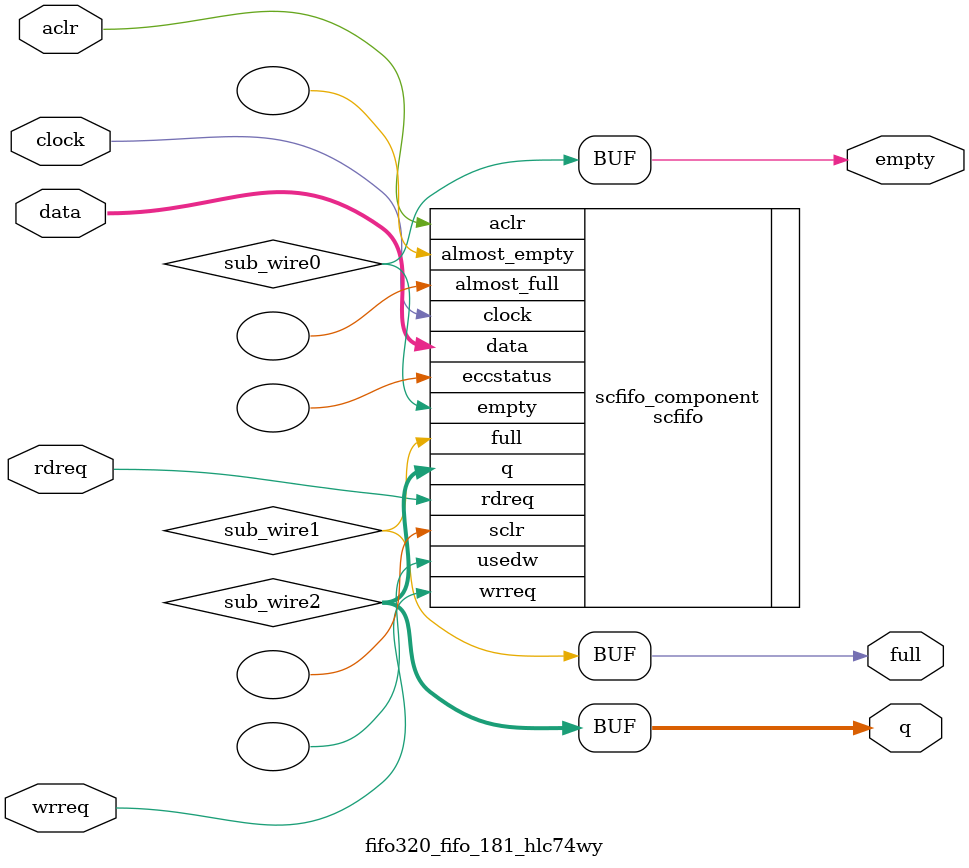
<source format=v>



`timescale 1 ps / 1 ps
// synopsys translate_on
module  fifo320_fifo_181_hlc74wy  (
    aclr,
    clock,
    data,
    rdreq,
    wrreq,
    empty,
    full,
    q);

    input    aclr;
    input    clock;
    input  [319:0]  data;
    input    rdreq;
    input    wrreq;
    output   empty;
    output   full;
    output [319:0]  q;

    wire  sub_wire0;
    wire  sub_wire1;
    wire [319:0] sub_wire2;
    wire  empty = sub_wire0;
    wire  full = sub_wire1;
    wire [319:0] q = sub_wire2[319:0];

    scfifo  scfifo_component (
                .aclr (aclr),
                .clock (clock),
                .data (data),
                .rdreq (rdreq),
                .wrreq (wrreq),
                .empty (sub_wire0),
                .full (sub_wire1),
                .q (sub_wire2),
                .almost_empty (),
                .almost_full (),
                .eccstatus (),
                .sclr (),
                .usedw ());
    defparam
        scfifo_component.add_ram_output_register  = "ON",
        scfifo_component.enable_ecc  = "FALSE",
        scfifo_component.intended_device_family  = "Arria 10",
        scfifo_component.lpm_numwords  = 128,
        scfifo_component.lpm_showahead  = "ON",
        scfifo_component.lpm_type  = "scfifo",
        scfifo_component.lpm_width  = 320,
        scfifo_component.lpm_widthu  = 7,
        scfifo_component.overflow_checking  = "ON",
        scfifo_component.underflow_checking  = "ON",
        scfifo_component.use_eab  = "ON";


endmodule



</source>
